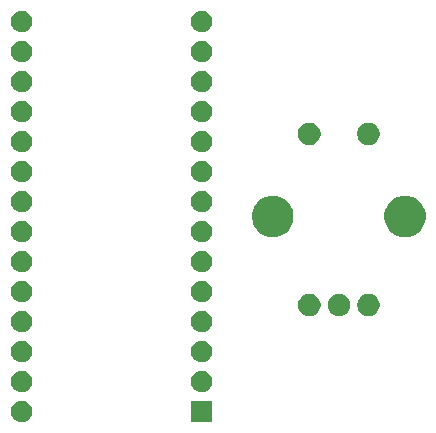
<source format=gbr>
G04 #@! TF.GenerationSoftware,KiCad,Pcbnew,(5.1.5-0-10_14)*
G04 #@! TF.CreationDate,2020-11-02T21:49:36+01:00*
G04 #@! TF.ProjectId,es_rotary,65735f72-6f74-4617-9279-2e6b69636164,rev?*
G04 #@! TF.SameCoordinates,Original*
G04 #@! TF.FileFunction,Soldermask,Bot*
G04 #@! TF.FilePolarity,Negative*
%FSLAX46Y46*%
G04 Gerber Fmt 4.6, Leading zero omitted, Abs format (unit mm)*
G04 Created by KiCad (PCBNEW (5.1.5-0-10_14)) date 2020-11-02 21:49:36*
%MOMM*%
%LPD*%
G04 APERTURE LIST*
%ADD10C,0.100000*%
G04 APERTURE END LIST*
D10*
G36*
X150761000Y-105041000D02*
G01*
X148959000Y-105041000D01*
X148959000Y-103239000D01*
X150761000Y-103239000D01*
X150761000Y-105041000D01*
G37*
G36*
X134733512Y-103243927D02*
G01*
X134882812Y-103273624D01*
X135046784Y-103341544D01*
X135194354Y-103440147D01*
X135319853Y-103565646D01*
X135418456Y-103713216D01*
X135486376Y-103877188D01*
X135521000Y-104051259D01*
X135521000Y-104228741D01*
X135486376Y-104402812D01*
X135418456Y-104566784D01*
X135319853Y-104714354D01*
X135194354Y-104839853D01*
X135046784Y-104938456D01*
X134882812Y-105006376D01*
X134733512Y-105036073D01*
X134708742Y-105041000D01*
X134531258Y-105041000D01*
X134506488Y-105036073D01*
X134357188Y-105006376D01*
X134193216Y-104938456D01*
X134045646Y-104839853D01*
X133920147Y-104714354D01*
X133821544Y-104566784D01*
X133753624Y-104402812D01*
X133719000Y-104228741D01*
X133719000Y-104051259D01*
X133753624Y-103877188D01*
X133821544Y-103713216D01*
X133920147Y-103565646D01*
X134045646Y-103440147D01*
X134193216Y-103341544D01*
X134357188Y-103273624D01*
X134506488Y-103243927D01*
X134531258Y-103239000D01*
X134708742Y-103239000D01*
X134733512Y-103243927D01*
G37*
G36*
X149973512Y-100703927D02*
G01*
X150122812Y-100733624D01*
X150286784Y-100801544D01*
X150434354Y-100900147D01*
X150559853Y-101025646D01*
X150658456Y-101173216D01*
X150726376Y-101337188D01*
X150761000Y-101511259D01*
X150761000Y-101688741D01*
X150726376Y-101862812D01*
X150658456Y-102026784D01*
X150559853Y-102174354D01*
X150434354Y-102299853D01*
X150286784Y-102398456D01*
X150122812Y-102466376D01*
X149973512Y-102496073D01*
X149948742Y-102501000D01*
X149771258Y-102501000D01*
X149746488Y-102496073D01*
X149597188Y-102466376D01*
X149433216Y-102398456D01*
X149285646Y-102299853D01*
X149160147Y-102174354D01*
X149061544Y-102026784D01*
X148993624Y-101862812D01*
X148959000Y-101688741D01*
X148959000Y-101511259D01*
X148993624Y-101337188D01*
X149061544Y-101173216D01*
X149160147Y-101025646D01*
X149285646Y-100900147D01*
X149433216Y-100801544D01*
X149597188Y-100733624D01*
X149746488Y-100703927D01*
X149771258Y-100699000D01*
X149948742Y-100699000D01*
X149973512Y-100703927D01*
G37*
G36*
X134733512Y-100703927D02*
G01*
X134882812Y-100733624D01*
X135046784Y-100801544D01*
X135194354Y-100900147D01*
X135319853Y-101025646D01*
X135418456Y-101173216D01*
X135486376Y-101337188D01*
X135521000Y-101511259D01*
X135521000Y-101688741D01*
X135486376Y-101862812D01*
X135418456Y-102026784D01*
X135319853Y-102174354D01*
X135194354Y-102299853D01*
X135046784Y-102398456D01*
X134882812Y-102466376D01*
X134733512Y-102496073D01*
X134708742Y-102501000D01*
X134531258Y-102501000D01*
X134506488Y-102496073D01*
X134357188Y-102466376D01*
X134193216Y-102398456D01*
X134045646Y-102299853D01*
X133920147Y-102174354D01*
X133821544Y-102026784D01*
X133753624Y-101862812D01*
X133719000Y-101688741D01*
X133719000Y-101511259D01*
X133753624Y-101337188D01*
X133821544Y-101173216D01*
X133920147Y-101025646D01*
X134045646Y-100900147D01*
X134193216Y-100801544D01*
X134357188Y-100733624D01*
X134506488Y-100703927D01*
X134531258Y-100699000D01*
X134708742Y-100699000D01*
X134733512Y-100703927D01*
G37*
G36*
X149973512Y-98163927D02*
G01*
X150122812Y-98193624D01*
X150286784Y-98261544D01*
X150434354Y-98360147D01*
X150559853Y-98485646D01*
X150658456Y-98633216D01*
X150726376Y-98797188D01*
X150761000Y-98971259D01*
X150761000Y-99148741D01*
X150726376Y-99322812D01*
X150658456Y-99486784D01*
X150559853Y-99634354D01*
X150434354Y-99759853D01*
X150286784Y-99858456D01*
X150122812Y-99926376D01*
X149973512Y-99956073D01*
X149948742Y-99961000D01*
X149771258Y-99961000D01*
X149746488Y-99956073D01*
X149597188Y-99926376D01*
X149433216Y-99858456D01*
X149285646Y-99759853D01*
X149160147Y-99634354D01*
X149061544Y-99486784D01*
X148993624Y-99322812D01*
X148959000Y-99148741D01*
X148959000Y-98971259D01*
X148993624Y-98797188D01*
X149061544Y-98633216D01*
X149160147Y-98485646D01*
X149285646Y-98360147D01*
X149433216Y-98261544D01*
X149597188Y-98193624D01*
X149746488Y-98163927D01*
X149771258Y-98159000D01*
X149948742Y-98159000D01*
X149973512Y-98163927D01*
G37*
G36*
X134733512Y-98163927D02*
G01*
X134882812Y-98193624D01*
X135046784Y-98261544D01*
X135194354Y-98360147D01*
X135319853Y-98485646D01*
X135418456Y-98633216D01*
X135486376Y-98797188D01*
X135521000Y-98971259D01*
X135521000Y-99148741D01*
X135486376Y-99322812D01*
X135418456Y-99486784D01*
X135319853Y-99634354D01*
X135194354Y-99759853D01*
X135046784Y-99858456D01*
X134882812Y-99926376D01*
X134733512Y-99956073D01*
X134708742Y-99961000D01*
X134531258Y-99961000D01*
X134506488Y-99956073D01*
X134357188Y-99926376D01*
X134193216Y-99858456D01*
X134045646Y-99759853D01*
X133920147Y-99634354D01*
X133821544Y-99486784D01*
X133753624Y-99322812D01*
X133719000Y-99148741D01*
X133719000Y-98971259D01*
X133753624Y-98797188D01*
X133821544Y-98633216D01*
X133920147Y-98485646D01*
X134045646Y-98360147D01*
X134193216Y-98261544D01*
X134357188Y-98193624D01*
X134506488Y-98163927D01*
X134531258Y-98159000D01*
X134708742Y-98159000D01*
X134733512Y-98163927D01*
G37*
G36*
X134733512Y-95623927D02*
G01*
X134882812Y-95653624D01*
X135046784Y-95721544D01*
X135194354Y-95820147D01*
X135319853Y-95945646D01*
X135418456Y-96093216D01*
X135486376Y-96257188D01*
X135521000Y-96431259D01*
X135521000Y-96608741D01*
X135486376Y-96782812D01*
X135418456Y-96946784D01*
X135319853Y-97094354D01*
X135194354Y-97219853D01*
X135046784Y-97318456D01*
X134882812Y-97386376D01*
X134733512Y-97416073D01*
X134708742Y-97421000D01*
X134531258Y-97421000D01*
X134506488Y-97416073D01*
X134357188Y-97386376D01*
X134193216Y-97318456D01*
X134045646Y-97219853D01*
X133920147Y-97094354D01*
X133821544Y-96946784D01*
X133753624Y-96782812D01*
X133719000Y-96608741D01*
X133719000Y-96431259D01*
X133753624Y-96257188D01*
X133821544Y-96093216D01*
X133920147Y-95945646D01*
X134045646Y-95820147D01*
X134193216Y-95721544D01*
X134357188Y-95653624D01*
X134506488Y-95623927D01*
X134531258Y-95619000D01*
X134708742Y-95619000D01*
X134733512Y-95623927D01*
G37*
G36*
X149973512Y-95623927D02*
G01*
X150122812Y-95653624D01*
X150286784Y-95721544D01*
X150434354Y-95820147D01*
X150559853Y-95945646D01*
X150658456Y-96093216D01*
X150726376Y-96257188D01*
X150761000Y-96431259D01*
X150761000Y-96608741D01*
X150726376Y-96782812D01*
X150658456Y-96946784D01*
X150559853Y-97094354D01*
X150434354Y-97219853D01*
X150286784Y-97318456D01*
X150122812Y-97386376D01*
X149973512Y-97416073D01*
X149948742Y-97421000D01*
X149771258Y-97421000D01*
X149746488Y-97416073D01*
X149597188Y-97386376D01*
X149433216Y-97318456D01*
X149285646Y-97219853D01*
X149160147Y-97094354D01*
X149061544Y-96946784D01*
X148993624Y-96782812D01*
X148959000Y-96608741D01*
X148959000Y-96431259D01*
X148993624Y-96257188D01*
X149061544Y-96093216D01*
X149160147Y-95945646D01*
X149285646Y-95820147D01*
X149433216Y-95721544D01*
X149597188Y-95653624D01*
X149746488Y-95623927D01*
X149771258Y-95619000D01*
X149948742Y-95619000D01*
X149973512Y-95623927D01*
G37*
G36*
X161752394Y-94215546D02*
G01*
X161925465Y-94287234D01*
X161925466Y-94287235D01*
X162081226Y-94391310D01*
X162213689Y-94523773D01*
X162213690Y-94523775D01*
X162317765Y-94679534D01*
X162389453Y-94852605D01*
X162425999Y-95036333D01*
X162425999Y-95223667D01*
X162389453Y-95407395D01*
X162317765Y-95580466D01*
X162317764Y-95580467D01*
X162213689Y-95736227D01*
X162081226Y-95868690D01*
X162002817Y-95921081D01*
X161925465Y-95972766D01*
X161752394Y-96044454D01*
X161568666Y-96081000D01*
X161381332Y-96081000D01*
X161197604Y-96044454D01*
X161024533Y-95972766D01*
X160947181Y-95921081D01*
X160868772Y-95868690D01*
X160736309Y-95736227D01*
X160632234Y-95580467D01*
X160632233Y-95580466D01*
X160560545Y-95407395D01*
X160523999Y-95223667D01*
X160523999Y-95036333D01*
X160560545Y-94852605D01*
X160632233Y-94679534D01*
X160736308Y-94523775D01*
X160736309Y-94523773D01*
X160868772Y-94391310D01*
X161024532Y-94287235D01*
X161024533Y-94287234D01*
X161197604Y-94215546D01*
X161381332Y-94179000D01*
X161568666Y-94179000D01*
X161752394Y-94215546D01*
G37*
G36*
X159252394Y-94215546D02*
G01*
X159425465Y-94287234D01*
X159425466Y-94287235D01*
X159581226Y-94391310D01*
X159713689Y-94523773D01*
X159713690Y-94523775D01*
X159817765Y-94679534D01*
X159889453Y-94852605D01*
X159925999Y-95036333D01*
X159925999Y-95223667D01*
X159889453Y-95407395D01*
X159817765Y-95580466D01*
X159817764Y-95580467D01*
X159713689Y-95736227D01*
X159581226Y-95868690D01*
X159502817Y-95921081D01*
X159425465Y-95972766D01*
X159252394Y-96044454D01*
X159068666Y-96081000D01*
X158881332Y-96081000D01*
X158697604Y-96044454D01*
X158524533Y-95972766D01*
X158447181Y-95921081D01*
X158368772Y-95868690D01*
X158236309Y-95736227D01*
X158132234Y-95580467D01*
X158132233Y-95580466D01*
X158060545Y-95407395D01*
X158023999Y-95223667D01*
X158023999Y-95036333D01*
X158060545Y-94852605D01*
X158132233Y-94679534D01*
X158236308Y-94523775D01*
X158236309Y-94523773D01*
X158368772Y-94391310D01*
X158524532Y-94287235D01*
X158524533Y-94287234D01*
X158697604Y-94215546D01*
X158881332Y-94179000D01*
X159068666Y-94179000D01*
X159252394Y-94215546D01*
G37*
G36*
X164252394Y-94215546D02*
G01*
X164425465Y-94287234D01*
X164425466Y-94287235D01*
X164581226Y-94391310D01*
X164713689Y-94523773D01*
X164713690Y-94523775D01*
X164817765Y-94679534D01*
X164889453Y-94852605D01*
X164925999Y-95036333D01*
X164925999Y-95223667D01*
X164889453Y-95407395D01*
X164817765Y-95580466D01*
X164817764Y-95580467D01*
X164713689Y-95736227D01*
X164581226Y-95868690D01*
X164502817Y-95921081D01*
X164425465Y-95972766D01*
X164252394Y-96044454D01*
X164068666Y-96081000D01*
X163881332Y-96081000D01*
X163697604Y-96044454D01*
X163524533Y-95972766D01*
X163447181Y-95921081D01*
X163368772Y-95868690D01*
X163236309Y-95736227D01*
X163132234Y-95580467D01*
X163132233Y-95580466D01*
X163060545Y-95407395D01*
X163023999Y-95223667D01*
X163023999Y-95036333D01*
X163060545Y-94852605D01*
X163132233Y-94679534D01*
X163236308Y-94523775D01*
X163236309Y-94523773D01*
X163368772Y-94391310D01*
X163524532Y-94287235D01*
X163524533Y-94287234D01*
X163697604Y-94215546D01*
X163881332Y-94179000D01*
X164068666Y-94179000D01*
X164252394Y-94215546D01*
G37*
G36*
X149973512Y-93083927D02*
G01*
X150122812Y-93113624D01*
X150286784Y-93181544D01*
X150434354Y-93280147D01*
X150559853Y-93405646D01*
X150658456Y-93553216D01*
X150726376Y-93717188D01*
X150761000Y-93891259D01*
X150761000Y-94068741D01*
X150726376Y-94242812D01*
X150658456Y-94406784D01*
X150559853Y-94554354D01*
X150434354Y-94679853D01*
X150286784Y-94778456D01*
X150122812Y-94846376D01*
X149973512Y-94876073D01*
X149948742Y-94881000D01*
X149771258Y-94881000D01*
X149746488Y-94876073D01*
X149597188Y-94846376D01*
X149433216Y-94778456D01*
X149285646Y-94679853D01*
X149160147Y-94554354D01*
X149061544Y-94406784D01*
X148993624Y-94242812D01*
X148959000Y-94068741D01*
X148959000Y-93891259D01*
X148993624Y-93717188D01*
X149061544Y-93553216D01*
X149160147Y-93405646D01*
X149285646Y-93280147D01*
X149433216Y-93181544D01*
X149597188Y-93113624D01*
X149746488Y-93083927D01*
X149771258Y-93079000D01*
X149948742Y-93079000D01*
X149973512Y-93083927D01*
G37*
G36*
X134733512Y-93083927D02*
G01*
X134882812Y-93113624D01*
X135046784Y-93181544D01*
X135194354Y-93280147D01*
X135319853Y-93405646D01*
X135418456Y-93553216D01*
X135486376Y-93717188D01*
X135521000Y-93891259D01*
X135521000Y-94068741D01*
X135486376Y-94242812D01*
X135418456Y-94406784D01*
X135319853Y-94554354D01*
X135194354Y-94679853D01*
X135046784Y-94778456D01*
X134882812Y-94846376D01*
X134733512Y-94876073D01*
X134708742Y-94881000D01*
X134531258Y-94881000D01*
X134506488Y-94876073D01*
X134357188Y-94846376D01*
X134193216Y-94778456D01*
X134045646Y-94679853D01*
X133920147Y-94554354D01*
X133821544Y-94406784D01*
X133753624Y-94242812D01*
X133719000Y-94068741D01*
X133719000Y-93891259D01*
X133753624Y-93717188D01*
X133821544Y-93553216D01*
X133920147Y-93405646D01*
X134045646Y-93280147D01*
X134193216Y-93181544D01*
X134357188Y-93113624D01*
X134506488Y-93083927D01*
X134531258Y-93079000D01*
X134708742Y-93079000D01*
X134733512Y-93083927D01*
G37*
G36*
X134733512Y-90543927D02*
G01*
X134882812Y-90573624D01*
X135046784Y-90641544D01*
X135194354Y-90740147D01*
X135319853Y-90865646D01*
X135418456Y-91013216D01*
X135486376Y-91177188D01*
X135521000Y-91351259D01*
X135521000Y-91528741D01*
X135486376Y-91702812D01*
X135418456Y-91866784D01*
X135319853Y-92014354D01*
X135194354Y-92139853D01*
X135046784Y-92238456D01*
X134882812Y-92306376D01*
X134733512Y-92336073D01*
X134708742Y-92341000D01*
X134531258Y-92341000D01*
X134506488Y-92336073D01*
X134357188Y-92306376D01*
X134193216Y-92238456D01*
X134045646Y-92139853D01*
X133920147Y-92014354D01*
X133821544Y-91866784D01*
X133753624Y-91702812D01*
X133719000Y-91528741D01*
X133719000Y-91351259D01*
X133753624Y-91177188D01*
X133821544Y-91013216D01*
X133920147Y-90865646D01*
X134045646Y-90740147D01*
X134193216Y-90641544D01*
X134357188Y-90573624D01*
X134506488Y-90543927D01*
X134531258Y-90539000D01*
X134708742Y-90539000D01*
X134733512Y-90543927D01*
G37*
G36*
X149973512Y-90543927D02*
G01*
X150122812Y-90573624D01*
X150286784Y-90641544D01*
X150434354Y-90740147D01*
X150559853Y-90865646D01*
X150658456Y-91013216D01*
X150726376Y-91177188D01*
X150761000Y-91351259D01*
X150761000Y-91528741D01*
X150726376Y-91702812D01*
X150658456Y-91866784D01*
X150559853Y-92014354D01*
X150434354Y-92139853D01*
X150286784Y-92238456D01*
X150122812Y-92306376D01*
X149973512Y-92336073D01*
X149948742Y-92341000D01*
X149771258Y-92341000D01*
X149746488Y-92336073D01*
X149597188Y-92306376D01*
X149433216Y-92238456D01*
X149285646Y-92139853D01*
X149160147Y-92014354D01*
X149061544Y-91866784D01*
X148993624Y-91702812D01*
X148959000Y-91528741D01*
X148959000Y-91351259D01*
X148993624Y-91177188D01*
X149061544Y-91013216D01*
X149160147Y-90865646D01*
X149285646Y-90740147D01*
X149433216Y-90641544D01*
X149597188Y-90573624D01*
X149746488Y-90543927D01*
X149771258Y-90539000D01*
X149948742Y-90539000D01*
X149973512Y-90543927D01*
G37*
G36*
X134733512Y-88003927D02*
G01*
X134882812Y-88033624D01*
X135046784Y-88101544D01*
X135194354Y-88200147D01*
X135319853Y-88325646D01*
X135418456Y-88473216D01*
X135486376Y-88637188D01*
X135516073Y-88786488D01*
X135521000Y-88811258D01*
X135521000Y-88988742D01*
X135516073Y-89013512D01*
X135486376Y-89162812D01*
X135418456Y-89326784D01*
X135319853Y-89474354D01*
X135194354Y-89599853D01*
X135046784Y-89698456D01*
X134882812Y-89766376D01*
X134733512Y-89796073D01*
X134708742Y-89801000D01*
X134531258Y-89801000D01*
X134506488Y-89796073D01*
X134357188Y-89766376D01*
X134193216Y-89698456D01*
X134045646Y-89599853D01*
X133920147Y-89474354D01*
X133821544Y-89326784D01*
X133753624Y-89162812D01*
X133723927Y-89013512D01*
X133719000Y-88988742D01*
X133719000Y-88811258D01*
X133723927Y-88786488D01*
X133753624Y-88637188D01*
X133821544Y-88473216D01*
X133920147Y-88325646D01*
X134045646Y-88200147D01*
X134193216Y-88101544D01*
X134357188Y-88033624D01*
X134506488Y-88003927D01*
X134531258Y-87999000D01*
X134708742Y-87999000D01*
X134733512Y-88003927D01*
G37*
G36*
X149973512Y-88003927D02*
G01*
X150122812Y-88033624D01*
X150286784Y-88101544D01*
X150434354Y-88200147D01*
X150559853Y-88325646D01*
X150658456Y-88473216D01*
X150726376Y-88637188D01*
X150756073Y-88786488D01*
X150761000Y-88811258D01*
X150761000Y-88988742D01*
X150756073Y-89013512D01*
X150726376Y-89162812D01*
X150658456Y-89326784D01*
X150559853Y-89474354D01*
X150434354Y-89599853D01*
X150286784Y-89698456D01*
X150122812Y-89766376D01*
X149973512Y-89796073D01*
X149948742Y-89801000D01*
X149771258Y-89801000D01*
X149746488Y-89796073D01*
X149597188Y-89766376D01*
X149433216Y-89698456D01*
X149285646Y-89599853D01*
X149160147Y-89474354D01*
X149061544Y-89326784D01*
X148993624Y-89162812D01*
X148963927Y-89013512D01*
X148959000Y-88988742D01*
X148959000Y-88811258D01*
X148963927Y-88786488D01*
X148993624Y-88637188D01*
X149061544Y-88473216D01*
X149160147Y-88325646D01*
X149285646Y-88200147D01*
X149433216Y-88101544D01*
X149597188Y-88033624D01*
X149746488Y-88003927D01*
X149771258Y-87999000D01*
X149948742Y-87999000D01*
X149973512Y-88003927D01*
G37*
G36*
X167472984Y-85923860D02*
G01*
X167585747Y-85946290D01*
X167717740Y-86000963D01*
X167904407Y-86078283D01*
X168191195Y-86269909D01*
X168435090Y-86513804D01*
X168626716Y-86800592D01*
X168682121Y-86934353D01*
X168758709Y-87119252D01*
X168825999Y-87457542D01*
X168825999Y-87802458D01*
X168758709Y-88140748D01*
X168704036Y-88272741D01*
X168626716Y-88459408D01*
X168435090Y-88746196D01*
X168191195Y-88990091D01*
X167904407Y-89181717D01*
X167717740Y-89259037D01*
X167585747Y-89313710D01*
X167472984Y-89336140D01*
X167247459Y-89381000D01*
X166902539Y-89381000D01*
X166677014Y-89336140D01*
X166564251Y-89313710D01*
X166432258Y-89259037D01*
X166245591Y-89181717D01*
X165958803Y-88990091D01*
X165714908Y-88746196D01*
X165523282Y-88459408D01*
X165445962Y-88272741D01*
X165391289Y-88140748D01*
X165323999Y-87802458D01*
X165323999Y-87457542D01*
X165391289Y-87119252D01*
X165467877Y-86934353D01*
X165523282Y-86800592D01*
X165714908Y-86513804D01*
X165958803Y-86269909D01*
X166245591Y-86078283D01*
X166432258Y-86000963D01*
X166564251Y-85946290D01*
X166677014Y-85923860D01*
X166902539Y-85879000D01*
X167247459Y-85879000D01*
X167472984Y-85923860D01*
G37*
G36*
X156272984Y-85923860D02*
G01*
X156385747Y-85946290D01*
X156517740Y-86000963D01*
X156704407Y-86078283D01*
X156991195Y-86269909D01*
X157235090Y-86513804D01*
X157426716Y-86800592D01*
X157482121Y-86934353D01*
X157558709Y-87119252D01*
X157625999Y-87457542D01*
X157625999Y-87802458D01*
X157558709Y-88140748D01*
X157504036Y-88272741D01*
X157426716Y-88459408D01*
X157235090Y-88746196D01*
X156991195Y-88990091D01*
X156704407Y-89181717D01*
X156517740Y-89259037D01*
X156385747Y-89313710D01*
X156272984Y-89336140D01*
X156047459Y-89381000D01*
X155702539Y-89381000D01*
X155477014Y-89336140D01*
X155364251Y-89313710D01*
X155232258Y-89259037D01*
X155045591Y-89181717D01*
X154758803Y-88990091D01*
X154514908Y-88746196D01*
X154323282Y-88459408D01*
X154245962Y-88272741D01*
X154191289Y-88140748D01*
X154123999Y-87802458D01*
X154123999Y-87457542D01*
X154191289Y-87119252D01*
X154267877Y-86934353D01*
X154323282Y-86800592D01*
X154514908Y-86513804D01*
X154758803Y-86269909D01*
X155045591Y-86078283D01*
X155232258Y-86000963D01*
X155364251Y-85946290D01*
X155477014Y-85923860D01*
X155702539Y-85879000D01*
X156047459Y-85879000D01*
X156272984Y-85923860D01*
G37*
G36*
X149973512Y-85463927D02*
G01*
X150122812Y-85493624D01*
X150286784Y-85561544D01*
X150434354Y-85660147D01*
X150559853Y-85785646D01*
X150658456Y-85933216D01*
X150726376Y-86097188D01*
X150756073Y-86246488D01*
X150760732Y-86269909D01*
X150761000Y-86271259D01*
X150761000Y-86448741D01*
X150726376Y-86622812D01*
X150658456Y-86786784D01*
X150559853Y-86934354D01*
X150434354Y-87059853D01*
X150286784Y-87158456D01*
X150122812Y-87226376D01*
X149973512Y-87256073D01*
X149948742Y-87261000D01*
X149771258Y-87261000D01*
X149746488Y-87256073D01*
X149597188Y-87226376D01*
X149433216Y-87158456D01*
X149285646Y-87059853D01*
X149160147Y-86934354D01*
X149061544Y-86786784D01*
X148993624Y-86622812D01*
X148959000Y-86448741D01*
X148959000Y-86271259D01*
X148959269Y-86269909D01*
X148963927Y-86246488D01*
X148993624Y-86097188D01*
X149061544Y-85933216D01*
X149160147Y-85785646D01*
X149285646Y-85660147D01*
X149433216Y-85561544D01*
X149597188Y-85493624D01*
X149746488Y-85463927D01*
X149771258Y-85459000D01*
X149948742Y-85459000D01*
X149973512Y-85463927D01*
G37*
G36*
X134733512Y-85463927D02*
G01*
X134882812Y-85493624D01*
X135046784Y-85561544D01*
X135194354Y-85660147D01*
X135319853Y-85785646D01*
X135418456Y-85933216D01*
X135486376Y-86097188D01*
X135516073Y-86246488D01*
X135520732Y-86269909D01*
X135521000Y-86271259D01*
X135521000Y-86448741D01*
X135486376Y-86622812D01*
X135418456Y-86786784D01*
X135319853Y-86934354D01*
X135194354Y-87059853D01*
X135046784Y-87158456D01*
X134882812Y-87226376D01*
X134733512Y-87256073D01*
X134708742Y-87261000D01*
X134531258Y-87261000D01*
X134506488Y-87256073D01*
X134357188Y-87226376D01*
X134193216Y-87158456D01*
X134045646Y-87059853D01*
X133920147Y-86934354D01*
X133821544Y-86786784D01*
X133753624Y-86622812D01*
X133719000Y-86448741D01*
X133719000Y-86271259D01*
X133719269Y-86269909D01*
X133723927Y-86246488D01*
X133753624Y-86097188D01*
X133821544Y-85933216D01*
X133920147Y-85785646D01*
X134045646Y-85660147D01*
X134193216Y-85561544D01*
X134357188Y-85493624D01*
X134506488Y-85463927D01*
X134531258Y-85459000D01*
X134708742Y-85459000D01*
X134733512Y-85463927D01*
G37*
G36*
X149973512Y-82923927D02*
G01*
X150122812Y-82953624D01*
X150286784Y-83021544D01*
X150434354Y-83120147D01*
X150559853Y-83245646D01*
X150658456Y-83393216D01*
X150726376Y-83557188D01*
X150761000Y-83731259D01*
X150761000Y-83908741D01*
X150726376Y-84082812D01*
X150658456Y-84246784D01*
X150559853Y-84394354D01*
X150434354Y-84519853D01*
X150286784Y-84618456D01*
X150122812Y-84686376D01*
X149973512Y-84716073D01*
X149948742Y-84721000D01*
X149771258Y-84721000D01*
X149746488Y-84716073D01*
X149597188Y-84686376D01*
X149433216Y-84618456D01*
X149285646Y-84519853D01*
X149160147Y-84394354D01*
X149061544Y-84246784D01*
X148993624Y-84082812D01*
X148959000Y-83908741D01*
X148959000Y-83731259D01*
X148993624Y-83557188D01*
X149061544Y-83393216D01*
X149160147Y-83245646D01*
X149285646Y-83120147D01*
X149433216Y-83021544D01*
X149597188Y-82953624D01*
X149746488Y-82923927D01*
X149771258Y-82919000D01*
X149948742Y-82919000D01*
X149973512Y-82923927D01*
G37*
G36*
X134733512Y-82923927D02*
G01*
X134882812Y-82953624D01*
X135046784Y-83021544D01*
X135194354Y-83120147D01*
X135319853Y-83245646D01*
X135418456Y-83393216D01*
X135486376Y-83557188D01*
X135521000Y-83731259D01*
X135521000Y-83908741D01*
X135486376Y-84082812D01*
X135418456Y-84246784D01*
X135319853Y-84394354D01*
X135194354Y-84519853D01*
X135046784Y-84618456D01*
X134882812Y-84686376D01*
X134733512Y-84716073D01*
X134708742Y-84721000D01*
X134531258Y-84721000D01*
X134506488Y-84716073D01*
X134357188Y-84686376D01*
X134193216Y-84618456D01*
X134045646Y-84519853D01*
X133920147Y-84394354D01*
X133821544Y-84246784D01*
X133753624Y-84082812D01*
X133719000Y-83908741D01*
X133719000Y-83731259D01*
X133753624Y-83557188D01*
X133821544Y-83393216D01*
X133920147Y-83245646D01*
X134045646Y-83120147D01*
X134193216Y-83021544D01*
X134357188Y-82953624D01*
X134506488Y-82923927D01*
X134531258Y-82919000D01*
X134708742Y-82919000D01*
X134733512Y-82923927D01*
G37*
G36*
X149973512Y-80383927D02*
G01*
X150122812Y-80413624D01*
X150286784Y-80481544D01*
X150434354Y-80580147D01*
X150559853Y-80705646D01*
X150658456Y-80853216D01*
X150726376Y-81017188D01*
X150761000Y-81191259D01*
X150761000Y-81368741D01*
X150726376Y-81542812D01*
X150658456Y-81706784D01*
X150559853Y-81854354D01*
X150434354Y-81979853D01*
X150286784Y-82078456D01*
X150122812Y-82146376D01*
X149973512Y-82176073D01*
X149948742Y-82181000D01*
X149771258Y-82181000D01*
X149746488Y-82176073D01*
X149597188Y-82146376D01*
X149433216Y-82078456D01*
X149285646Y-81979853D01*
X149160147Y-81854354D01*
X149061544Y-81706784D01*
X148993624Y-81542812D01*
X148959000Y-81368741D01*
X148959000Y-81191259D01*
X148993624Y-81017188D01*
X149061544Y-80853216D01*
X149160147Y-80705646D01*
X149285646Y-80580147D01*
X149433216Y-80481544D01*
X149597188Y-80413624D01*
X149746488Y-80383927D01*
X149771258Y-80379000D01*
X149948742Y-80379000D01*
X149973512Y-80383927D01*
G37*
G36*
X134733512Y-80383927D02*
G01*
X134882812Y-80413624D01*
X135046784Y-80481544D01*
X135194354Y-80580147D01*
X135319853Y-80705646D01*
X135418456Y-80853216D01*
X135486376Y-81017188D01*
X135521000Y-81191259D01*
X135521000Y-81368741D01*
X135486376Y-81542812D01*
X135418456Y-81706784D01*
X135319853Y-81854354D01*
X135194354Y-81979853D01*
X135046784Y-82078456D01*
X134882812Y-82146376D01*
X134733512Y-82176073D01*
X134708742Y-82181000D01*
X134531258Y-82181000D01*
X134506488Y-82176073D01*
X134357188Y-82146376D01*
X134193216Y-82078456D01*
X134045646Y-81979853D01*
X133920147Y-81854354D01*
X133821544Y-81706784D01*
X133753624Y-81542812D01*
X133719000Y-81368741D01*
X133719000Y-81191259D01*
X133753624Y-81017188D01*
X133821544Y-80853216D01*
X133920147Y-80705646D01*
X134045646Y-80580147D01*
X134193216Y-80481544D01*
X134357188Y-80413624D01*
X134506488Y-80383927D01*
X134531258Y-80379000D01*
X134708742Y-80379000D01*
X134733512Y-80383927D01*
G37*
G36*
X159252394Y-79715546D02*
G01*
X159425465Y-79787234D01*
X159425466Y-79787235D01*
X159581226Y-79891310D01*
X159713689Y-80023773D01*
X159713690Y-80023775D01*
X159817765Y-80179534D01*
X159889453Y-80352605D01*
X159925999Y-80536333D01*
X159925999Y-80723667D01*
X159889453Y-80907395D01*
X159817765Y-81080466D01*
X159817764Y-81080467D01*
X159713689Y-81236227D01*
X159581226Y-81368690D01*
X159581148Y-81368742D01*
X159425465Y-81472766D01*
X159252394Y-81544454D01*
X159068666Y-81581000D01*
X158881332Y-81581000D01*
X158697604Y-81544454D01*
X158524533Y-81472766D01*
X158368850Y-81368742D01*
X158368772Y-81368690D01*
X158236309Y-81236227D01*
X158132234Y-81080467D01*
X158132233Y-81080466D01*
X158060545Y-80907395D01*
X158023999Y-80723667D01*
X158023999Y-80536333D01*
X158060545Y-80352605D01*
X158132233Y-80179534D01*
X158236308Y-80023775D01*
X158236309Y-80023773D01*
X158368772Y-79891310D01*
X158524532Y-79787235D01*
X158524533Y-79787234D01*
X158697604Y-79715546D01*
X158881332Y-79679000D01*
X159068666Y-79679000D01*
X159252394Y-79715546D01*
G37*
G36*
X164252394Y-79715546D02*
G01*
X164425465Y-79787234D01*
X164425466Y-79787235D01*
X164581226Y-79891310D01*
X164713689Y-80023773D01*
X164713690Y-80023775D01*
X164817765Y-80179534D01*
X164889453Y-80352605D01*
X164925999Y-80536333D01*
X164925999Y-80723667D01*
X164889453Y-80907395D01*
X164817765Y-81080466D01*
X164817764Y-81080467D01*
X164713689Y-81236227D01*
X164581226Y-81368690D01*
X164581148Y-81368742D01*
X164425465Y-81472766D01*
X164252394Y-81544454D01*
X164068666Y-81581000D01*
X163881332Y-81581000D01*
X163697604Y-81544454D01*
X163524533Y-81472766D01*
X163368850Y-81368742D01*
X163368772Y-81368690D01*
X163236309Y-81236227D01*
X163132234Y-81080467D01*
X163132233Y-81080466D01*
X163060545Y-80907395D01*
X163023999Y-80723667D01*
X163023999Y-80536333D01*
X163060545Y-80352605D01*
X163132233Y-80179534D01*
X163236308Y-80023775D01*
X163236309Y-80023773D01*
X163368772Y-79891310D01*
X163524532Y-79787235D01*
X163524533Y-79787234D01*
X163697604Y-79715546D01*
X163881332Y-79679000D01*
X164068666Y-79679000D01*
X164252394Y-79715546D01*
G37*
G36*
X134733512Y-77843927D02*
G01*
X134882812Y-77873624D01*
X135046784Y-77941544D01*
X135194354Y-78040147D01*
X135319853Y-78165646D01*
X135418456Y-78313216D01*
X135486376Y-78477188D01*
X135521000Y-78651259D01*
X135521000Y-78828741D01*
X135486376Y-79002812D01*
X135418456Y-79166784D01*
X135319853Y-79314354D01*
X135194354Y-79439853D01*
X135046784Y-79538456D01*
X134882812Y-79606376D01*
X134733512Y-79636073D01*
X134708742Y-79641000D01*
X134531258Y-79641000D01*
X134506488Y-79636073D01*
X134357188Y-79606376D01*
X134193216Y-79538456D01*
X134045646Y-79439853D01*
X133920147Y-79314354D01*
X133821544Y-79166784D01*
X133753624Y-79002812D01*
X133719000Y-78828741D01*
X133719000Y-78651259D01*
X133753624Y-78477188D01*
X133821544Y-78313216D01*
X133920147Y-78165646D01*
X134045646Y-78040147D01*
X134193216Y-77941544D01*
X134357188Y-77873624D01*
X134506488Y-77843927D01*
X134531258Y-77839000D01*
X134708742Y-77839000D01*
X134733512Y-77843927D01*
G37*
G36*
X149973512Y-77843927D02*
G01*
X150122812Y-77873624D01*
X150286784Y-77941544D01*
X150434354Y-78040147D01*
X150559853Y-78165646D01*
X150658456Y-78313216D01*
X150726376Y-78477188D01*
X150761000Y-78651259D01*
X150761000Y-78828741D01*
X150726376Y-79002812D01*
X150658456Y-79166784D01*
X150559853Y-79314354D01*
X150434354Y-79439853D01*
X150286784Y-79538456D01*
X150122812Y-79606376D01*
X149973512Y-79636073D01*
X149948742Y-79641000D01*
X149771258Y-79641000D01*
X149746488Y-79636073D01*
X149597188Y-79606376D01*
X149433216Y-79538456D01*
X149285646Y-79439853D01*
X149160147Y-79314354D01*
X149061544Y-79166784D01*
X148993624Y-79002812D01*
X148959000Y-78828741D01*
X148959000Y-78651259D01*
X148993624Y-78477188D01*
X149061544Y-78313216D01*
X149160147Y-78165646D01*
X149285646Y-78040147D01*
X149433216Y-77941544D01*
X149597188Y-77873624D01*
X149746488Y-77843927D01*
X149771258Y-77839000D01*
X149948742Y-77839000D01*
X149973512Y-77843927D01*
G37*
G36*
X134733512Y-75303927D02*
G01*
X134882812Y-75333624D01*
X135046784Y-75401544D01*
X135194354Y-75500147D01*
X135319853Y-75625646D01*
X135418456Y-75773216D01*
X135486376Y-75937188D01*
X135521000Y-76111259D01*
X135521000Y-76288741D01*
X135486376Y-76462812D01*
X135418456Y-76626784D01*
X135319853Y-76774354D01*
X135194354Y-76899853D01*
X135046784Y-76998456D01*
X134882812Y-77066376D01*
X134733512Y-77096073D01*
X134708742Y-77101000D01*
X134531258Y-77101000D01*
X134506488Y-77096073D01*
X134357188Y-77066376D01*
X134193216Y-76998456D01*
X134045646Y-76899853D01*
X133920147Y-76774354D01*
X133821544Y-76626784D01*
X133753624Y-76462812D01*
X133719000Y-76288741D01*
X133719000Y-76111259D01*
X133753624Y-75937188D01*
X133821544Y-75773216D01*
X133920147Y-75625646D01*
X134045646Y-75500147D01*
X134193216Y-75401544D01*
X134357188Y-75333624D01*
X134506488Y-75303927D01*
X134531258Y-75299000D01*
X134708742Y-75299000D01*
X134733512Y-75303927D01*
G37*
G36*
X149973512Y-75303927D02*
G01*
X150122812Y-75333624D01*
X150286784Y-75401544D01*
X150434354Y-75500147D01*
X150559853Y-75625646D01*
X150658456Y-75773216D01*
X150726376Y-75937188D01*
X150761000Y-76111259D01*
X150761000Y-76288741D01*
X150726376Y-76462812D01*
X150658456Y-76626784D01*
X150559853Y-76774354D01*
X150434354Y-76899853D01*
X150286784Y-76998456D01*
X150122812Y-77066376D01*
X149973512Y-77096073D01*
X149948742Y-77101000D01*
X149771258Y-77101000D01*
X149746488Y-77096073D01*
X149597188Y-77066376D01*
X149433216Y-76998456D01*
X149285646Y-76899853D01*
X149160147Y-76774354D01*
X149061544Y-76626784D01*
X148993624Y-76462812D01*
X148959000Y-76288741D01*
X148959000Y-76111259D01*
X148993624Y-75937188D01*
X149061544Y-75773216D01*
X149160147Y-75625646D01*
X149285646Y-75500147D01*
X149433216Y-75401544D01*
X149597188Y-75333624D01*
X149746488Y-75303927D01*
X149771258Y-75299000D01*
X149948742Y-75299000D01*
X149973512Y-75303927D01*
G37*
G36*
X149973512Y-72763927D02*
G01*
X150122812Y-72793624D01*
X150286784Y-72861544D01*
X150434354Y-72960147D01*
X150559853Y-73085646D01*
X150658456Y-73233216D01*
X150726376Y-73397188D01*
X150761000Y-73571259D01*
X150761000Y-73748741D01*
X150726376Y-73922812D01*
X150658456Y-74086784D01*
X150559853Y-74234354D01*
X150434354Y-74359853D01*
X150286784Y-74458456D01*
X150122812Y-74526376D01*
X149973512Y-74556073D01*
X149948742Y-74561000D01*
X149771258Y-74561000D01*
X149746488Y-74556073D01*
X149597188Y-74526376D01*
X149433216Y-74458456D01*
X149285646Y-74359853D01*
X149160147Y-74234354D01*
X149061544Y-74086784D01*
X148993624Y-73922812D01*
X148959000Y-73748741D01*
X148959000Y-73571259D01*
X148993624Y-73397188D01*
X149061544Y-73233216D01*
X149160147Y-73085646D01*
X149285646Y-72960147D01*
X149433216Y-72861544D01*
X149597188Y-72793624D01*
X149746488Y-72763927D01*
X149771258Y-72759000D01*
X149948742Y-72759000D01*
X149973512Y-72763927D01*
G37*
G36*
X134733512Y-72763927D02*
G01*
X134882812Y-72793624D01*
X135046784Y-72861544D01*
X135194354Y-72960147D01*
X135319853Y-73085646D01*
X135418456Y-73233216D01*
X135486376Y-73397188D01*
X135521000Y-73571259D01*
X135521000Y-73748741D01*
X135486376Y-73922812D01*
X135418456Y-74086784D01*
X135319853Y-74234354D01*
X135194354Y-74359853D01*
X135046784Y-74458456D01*
X134882812Y-74526376D01*
X134733512Y-74556073D01*
X134708742Y-74561000D01*
X134531258Y-74561000D01*
X134506488Y-74556073D01*
X134357188Y-74526376D01*
X134193216Y-74458456D01*
X134045646Y-74359853D01*
X133920147Y-74234354D01*
X133821544Y-74086784D01*
X133753624Y-73922812D01*
X133719000Y-73748741D01*
X133719000Y-73571259D01*
X133753624Y-73397188D01*
X133821544Y-73233216D01*
X133920147Y-73085646D01*
X134045646Y-72960147D01*
X134193216Y-72861544D01*
X134357188Y-72793624D01*
X134506488Y-72763927D01*
X134531258Y-72759000D01*
X134708742Y-72759000D01*
X134733512Y-72763927D01*
G37*
G36*
X149973512Y-70223927D02*
G01*
X150122812Y-70253624D01*
X150286784Y-70321544D01*
X150434354Y-70420147D01*
X150559853Y-70545646D01*
X150658456Y-70693216D01*
X150726376Y-70857188D01*
X150761000Y-71031259D01*
X150761000Y-71208741D01*
X150726376Y-71382812D01*
X150658456Y-71546784D01*
X150559853Y-71694354D01*
X150434354Y-71819853D01*
X150286784Y-71918456D01*
X150122812Y-71986376D01*
X149973512Y-72016073D01*
X149948742Y-72021000D01*
X149771258Y-72021000D01*
X149746488Y-72016073D01*
X149597188Y-71986376D01*
X149433216Y-71918456D01*
X149285646Y-71819853D01*
X149160147Y-71694354D01*
X149061544Y-71546784D01*
X148993624Y-71382812D01*
X148959000Y-71208741D01*
X148959000Y-71031259D01*
X148993624Y-70857188D01*
X149061544Y-70693216D01*
X149160147Y-70545646D01*
X149285646Y-70420147D01*
X149433216Y-70321544D01*
X149597188Y-70253624D01*
X149746488Y-70223927D01*
X149771258Y-70219000D01*
X149948742Y-70219000D01*
X149973512Y-70223927D01*
G37*
G36*
X134733512Y-70223927D02*
G01*
X134882812Y-70253624D01*
X135046784Y-70321544D01*
X135194354Y-70420147D01*
X135319853Y-70545646D01*
X135418456Y-70693216D01*
X135486376Y-70857188D01*
X135521000Y-71031259D01*
X135521000Y-71208741D01*
X135486376Y-71382812D01*
X135418456Y-71546784D01*
X135319853Y-71694354D01*
X135194354Y-71819853D01*
X135046784Y-71918456D01*
X134882812Y-71986376D01*
X134733512Y-72016073D01*
X134708742Y-72021000D01*
X134531258Y-72021000D01*
X134506488Y-72016073D01*
X134357188Y-71986376D01*
X134193216Y-71918456D01*
X134045646Y-71819853D01*
X133920147Y-71694354D01*
X133821544Y-71546784D01*
X133753624Y-71382812D01*
X133719000Y-71208741D01*
X133719000Y-71031259D01*
X133753624Y-70857188D01*
X133821544Y-70693216D01*
X133920147Y-70545646D01*
X134045646Y-70420147D01*
X134193216Y-70321544D01*
X134357188Y-70253624D01*
X134506488Y-70223927D01*
X134531258Y-70219000D01*
X134708742Y-70219000D01*
X134733512Y-70223927D01*
G37*
M02*

</source>
